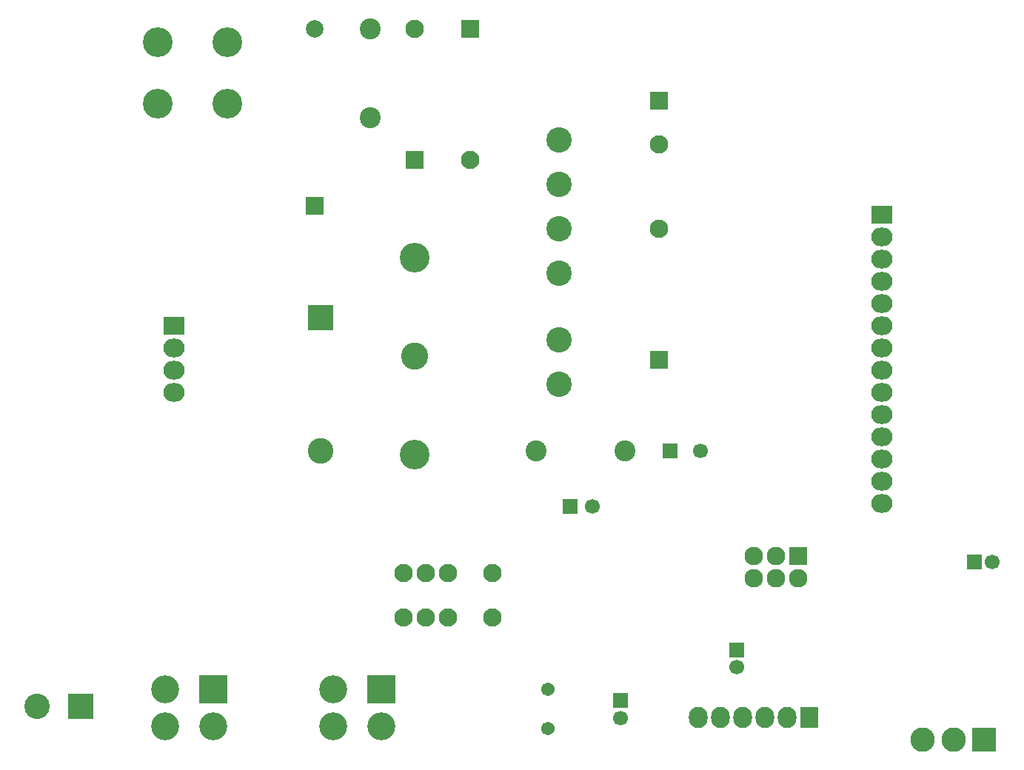
<source format=gbr>
G04 #@! TF.FileFunction,Soldermask,Bot*
%FSLAX46Y46*%
G04 Gerber Fmt 4.6, Leading zero omitted, Abs format (unit mm)*
G04 Created by KiCad (PCBNEW 4.0.4+dfsg1-stable) date Sun Aug 20 17:43:16 2017*
%MOMM*%
%LPD*%
G01*
G04 APERTURE LIST*
%ADD10C,0.100000*%
%ADD11R,1.700000X1.700000*%
%ADD12C,1.700000*%
%ADD13R,2.100000X2.100000*%
%ADD14C,2.100000*%
%ADD15C,2.398980*%
%ADD16C,1.543000*%
%ADD17R,2.127200X2.127200*%
%ADD18O,2.127200X2.127200*%
%ADD19R,2.127200X2.432000*%
%ADD20O,2.127200X2.432000*%
%ADD21R,2.432000X2.127200*%
%ADD22O,2.432000X2.127200*%
%ADD23C,2.940000*%
%ADD24R,2.940000X2.940000*%
%ADD25C,2.800000*%
%ADD26R,2.800000X2.800000*%
%ADD27R,2.000000X2.000000*%
%ADD28C,2.000000*%
%ADD29C,3.400000*%
%ADD30C,3.100000*%
%ADD31R,3.200000X3.200000*%
%ADD32C,3.200000*%
%ADD33R,2.900000X2.900000*%
%ADD34C,2.900000*%
G04 APERTURE END LIST*
D10*
D11*
X193580000Y-123190000D03*
D12*
X195580000Y-123190000D03*
D11*
X153035000Y-139065000D03*
D12*
X153035000Y-141065000D03*
D13*
X129540000Y-77230000D03*
D14*
X129540000Y-62230000D03*
D13*
X135890000Y-62230000D03*
D14*
X135890000Y-77230000D03*
D11*
X166370000Y-133255000D03*
D12*
X166370000Y-135255000D03*
D14*
X157480000Y-75485000D03*
D13*
X157480000Y-70485000D03*
X157480000Y-100103975D03*
D14*
X157480000Y-85103975D03*
D12*
X162250000Y-110490000D03*
D11*
X158750000Y-110490000D03*
D12*
X149820000Y-116840000D03*
D11*
X147320000Y-116840000D03*
D15*
X153591260Y-110490000D03*
X143431260Y-110490000D03*
D16*
X144780000Y-142240000D03*
X144780000Y-137795000D03*
D17*
X173355000Y-122555000D03*
D18*
X173355000Y-125095000D03*
X170815000Y-122555000D03*
X170815000Y-125095000D03*
X168275000Y-122555000D03*
X168275000Y-125095000D03*
D19*
X174625000Y-140970000D03*
D20*
X172085000Y-140970000D03*
X169545000Y-140970000D03*
X167005000Y-140970000D03*
X164465000Y-140970000D03*
X161925000Y-140970000D03*
D21*
X183000000Y-83470000D03*
D22*
X183000000Y-86010000D03*
X183000000Y-88550000D03*
X183000000Y-91090000D03*
X183000000Y-93630000D03*
X183000000Y-96170000D03*
X183000000Y-98710000D03*
X183000000Y-101250000D03*
X183000000Y-103790000D03*
X183000000Y-106330000D03*
X183000000Y-108870000D03*
X183000000Y-111410000D03*
X183000000Y-113950000D03*
X183000000Y-116490000D03*
D21*
X102000000Y-96170000D03*
D22*
X102000000Y-98710000D03*
X102000000Y-101250000D03*
X102000000Y-103790000D03*
D14*
X138430000Y-129540000D03*
X138430000Y-124460000D03*
X133350000Y-124460000D03*
X130810000Y-124460000D03*
X128270000Y-124460000D03*
X133350000Y-129540000D03*
X130810000Y-129540000D03*
X128270000Y-129540000D03*
D23*
X118745000Y-110490000D03*
D24*
X118745000Y-95250000D03*
D25*
X191135000Y-143510000D03*
X187635000Y-143510000D03*
D26*
X194635000Y-143510000D03*
D27*
X118110000Y-82530000D03*
D28*
X118110000Y-62230000D03*
D15*
X124460000Y-72390000D03*
X124460000Y-62230000D03*
D29*
X108140000Y-63810000D03*
X100140000Y-63810000D03*
X100140000Y-70810000D03*
X108140000Y-70810000D03*
X129540000Y-110945000D03*
X129540000Y-88445000D03*
D30*
X129540000Y-99695000D03*
D31*
X106465000Y-137795000D03*
D32*
X106465000Y-141995000D03*
X100965000Y-137795000D03*
X100965000Y-141995000D03*
D31*
X125730000Y-137795000D03*
D32*
X125730000Y-141995000D03*
X120230000Y-137795000D03*
X120230000Y-141995000D03*
D33*
X91360000Y-139700000D03*
D34*
X86360000Y-139700000D03*
X146050000Y-90170000D03*
X146050000Y-74930000D03*
X146050000Y-85090000D03*
X146050000Y-80010000D03*
X146050000Y-97790000D03*
X146050000Y-102870000D03*
M02*

</source>
